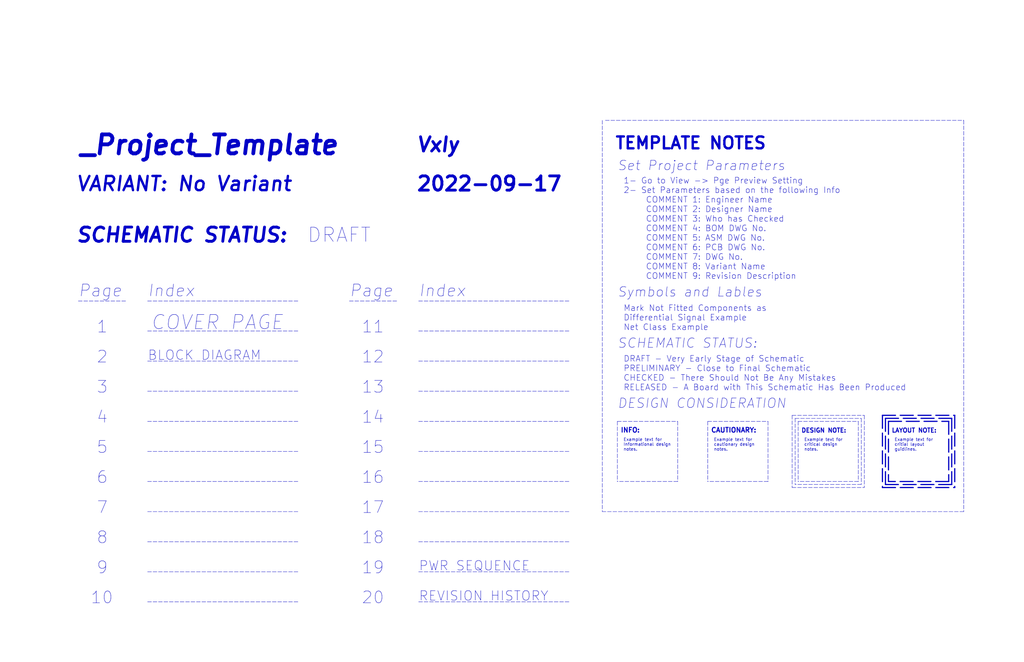
<source format=kicad_sch>
(kicad_sch (version 20211123) (generator eeschema)
  (paper "B")
  (title_block (title "_Project_Template") (date "2022-09-17") (rev "VxIy") (company "Siavash Taher Parvar") (comment 1 "Siavash Taher Parvar") (comment 2 "Siavash Taher Parvar") (comment 3 "Siavash Taher Parvar") (comment 4 "PT_091722_2") (comment 5 "PT_091722_3") (comment 6 "PT_091722_4") (comment 7 "PT_091722_1") (comment 8 "No Variant") (comment 9 "N/A"))
  (lib_symbols)
  (polyline (pts (xy 62.23 190.5) (xy 125.73 190.5)))
  (polyline (pts (xy 62.23 254) (xy 125.73 254)))
  (polyline (pts (xy 406.4 50.8) (xy 406.4 215.9)))
  (polyline (pts (xy 373.38 176.53) (xy 401.32 176.53)) (stroke (width 0.5)))
  (polyline (pts (xy 374.65 177.8) (xy 400.05 177.8)) (stroke (width 0.5)))
  (polyline (pts (xy 62.23 152.4) (xy 125.73 152.4)))
  (polyline (pts (xy 62.23 228.6) (xy 125.73 228.6)))
  (polyline (pts (xy 62.23 241.3) (xy 125.73 241.3)))
  (polyline (pts (xy 33.02 127) (xy 53.34 127)))
  (polyline (pts (xy 323.85 203.2) (xy 298.45 203.2)))
  (polyline (pts (xy 176.53 215.9) (xy 240.03 215.9)))
  (polyline (pts (xy 372.11 175.26) (xy 372.11 205.74)) (stroke (width 0.5)))
  (polyline (pts (xy 363.22 204.47) (xy 335.28 204.47)))
  (polyline (pts (xy 176.53 190.5) (xy 240.03 190.5)))
  (polyline (pts (xy 336.55 177.8) (xy 336.55 203.2)))
  (polyline (pts (xy 401.32 176.53) (xy 401.32 204.47)) (stroke (width 0.5)))
  (polyline (pts (xy 62.23 215.9) (xy 125.73 215.9)))
  (polyline (pts (xy 176.53 203.2) (xy 240.03 203.2)))
  (polyline (pts (xy 334.01 205.74) (xy 364.49 205.74)))
  (polyline (pts (xy 323.85 177.8) (xy 323.85 203.2)))
  (polyline (pts (xy 335.28 176.53) (xy 335.28 204.47)))
  (polyline (pts (xy 62.23 177.8) (xy 125.73 177.8)))
  (polyline (pts (xy 372.11 205.74) (xy 402.59 205.74)) (stroke (width 0.5)))
  (polyline (pts (xy 176.53 139.7) (xy 240.03 139.7)))
  (polyline (pts (xy 176.53 152.4) (xy 240.03 152.4)))
  (polyline (pts (xy 402.59 175.26) (xy 402.59 205.74)) (stroke (width 0.5)))
  (polyline (pts (xy 336.55 177.8) (xy 361.95 177.8)))
  (polyline (pts (xy 260.35 177.8) (xy 285.75 177.8)))
  (polyline (pts (xy 334.01 175.26) (xy 364.49 175.26)))
  (polyline (pts (xy 373.38 176.53) (xy 373.38 204.47)) (stroke (width 0.5)))
  (polyline (pts (xy 335.28 176.53) (xy 363.22 176.53)))
  (polyline (pts (xy 176.53 228.6) (xy 240.03 228.6)))
  (polyline (pts (xy 374.65 177.8) (xy 374.65 203.2)) (stroke (width 0.5)))
  (polyline (pts (xy 285.75 203.2) (xy 260.35 203.2)))
  (polyline (pts (xy 364.49 175.26) (xy 364.49 205.74)))
  (polyline (pts (xy 400.05 177.8) (xy 400.05 203.2)) (stroke (width 0.5)))
  (polyline (pts (xy 361.95 177.8) (xy 361.95 203.2)))
  (polyline (pts (xy 363.22 176.53) (xy 363.22 204.47)))
  (polyline (pts (xy 147.32 127) (xy 167.64 127)))
  (polyline (pts (xy 401.32 204.47) (xy 373.38 204.47)) (stroke (width 0.5)))
  (polyline (pts (xy 255.27 50.8) (xy 406.4 50.8)))
  (polyline (pts (xy 298.45 177.8) (xy 323.85 177.8)))
  (polyline (pts (xy 298.45 177.8) (xy 298.45 203.2)))
  (polyline (pts (xy 62.23 203.2) (xy 125.73 203.2)))
  (polyline (pts (xy 400.05 203.2) (xy 374.65 203.2)) (stroke (width 0.5)))
  (polyline (pts (xy 406.4 215.9) (xy 254 215.9)))
  (polyline (pts (xy 285.75 177.8) (xy 285.75 203.2)))
  (polyline (pts (xy 176.53 177.8) (xy 240.03 177.8)))
  (polyline (pts (xy 176.53 127) (xy 240.03 127)))
  (polyline (pts (xy 372.11 175.26) (xy 402.59 175.26)) (stroke (width 0.5)))
  (polyline (pts (xy 176.53 241.3) (xy 240.03 241.3)))
  (polyline (pts (xy 260.35 177.8) (xy 260.35 203.2)))
  (polyline (pts (xy 176.53 165.1) (xy 240.03 165.1)))
  (polyline (pts (xy 62.23 139.7) (xy 125.73 139.7)))
  (polyline (pts (xy 254 50.8) (xy 254 215.9)))
  (polyline (pts (xy 361.95 203.2) (xy 336.55 203.2)))
  (polyline (pts (xy 176.53 254) (xy 240.03 254)))
  (polyline (pts (xy 62.23 127) (xy 125.73 127)))
  (polyline (pts (xy 62.23 165.1) (xy 125.73 165.1)))
  (polyline (pts (xy 334.01 175.26) (xy 334.01 205.74)))
  (text "9" (at 40.64 242.57 0) (effects (font (size 5 5)) (justify left bottom)))
  (text "12" (at 152.4 153.67 0) (effects (font (size 5 5)) (justify left bottom)))
  (text "CAUTIONARY:" (at 299.72 182.88 0) (effects (font (size 2 2) bold) (justify left bottom)))
  (text "10" (at 38.1 255.27 0) (effects (font (size 5 5)) (justify left bottom)))
  (text "DESIGN CONSIDERATION" (at 260.35 172.72 0) (effects (font (size 4 4) italic) (justify left bottom)))
  (text "Set Project Parameters" (at 260.35 72.39 0) (effects (font (size 4 4) italic) (justify left bottom)))
  (text "17" (at 152.4 217.17 0) (effects (font (size 5 5)) (justify left bottom)))
  (text "${ISSUE_DATE}" (at 175.26 81.28 0) (effects (font (size 6 6) bold) (justify left bottom)))
  (text "7" (at 40.64 217.17 0) (effects (font (size 5 5)) (justify left bottom)))
  (text "REVISION HISTORY" (at 176.53 254 0) (effects (font (size 4 4)) (justify left bottom)))
  (text "BLOCK DIAGRAM" (at 62.23 152.4 0) (effects (font (size 4 4)) (justify left bottom)))
  (text "18" (at 152.4 229.87 0) (effects (font (size 5 5)) (justify left bottom)))
  (text "DRAFT - Very Early Stage of Schematic\nPRELIMINARY - Close to Final Schematic\nCHECKED - There Should Not Be Any Mistakes\nRELEASED - A Board with This Schematic Has Been Produced" (at 262.89 165.1 0) (effects (font (size 2.5 2.5)) (justify left bottom)))
  (text "Page" (at 33.02 125.73 0) (effects (font (size 5 5) italic) (justify left bottom)))
  (text "Example text for\ncritial layout\nguidlines." (at 377.19 190.5 0) (effects (font (size 1.27 1.27)) (justify left bottom)))
  (text "3" (at 40.64 166.37 0) (effects (font (size 5 5)) (justify left bottom)))
  (text "5" (at 40.64 191.77 0) (effects (font (size 5 5)) (justify left bottom)))
  (text "16" (at 152.4 204.47 0) (effects (font (size 5 5)) (justify left bottom)))
  (text "2\n" (at 40.64 153.67 0) (effects (font (size 5 5)) (justify left bottom)))
  (text "6" (at 40.64 204.47 0) (effects (font (size 5 5)) (justify left bottom)))
  (text "14" (at 152.4 179.07 0) (effects (font (size 5 5)) (justify left bottom)))
  (text "11" (at 152.4 140.97 0) (effects (font (size 5 5)) (justify left bottom)))
  (text "DRAFT" (at 129.54 102.87 0) (effects (font (size 6 6)) (justify left bottom)))
  (text "${REVISION}" (at 175.26 64.77 0) (effects (font (size 6 6) bold italic) (justify left bottom)))
  (text "19" (at 152.4 242.57 0) (effects (font (size 5 5)) (justify left bottom)))
  (text "1" (at 40.64 140.97 0) (effects (font (size 5 5)) (justify left bottom)))
  (text "Index" (at 62.23 125.73 0) (effects (font (size 5 5) italic) (justify left bottom)))
  (text "SCHEMATIC STATUS: " (at 31.75 102.87 0) (effects (font (size 6 6) (thickness 1.2) bold italic) (justify left bottom)))
  (text "15" (at 152.4 191.77 0) (effects (font (size 5 5)) (justify left bottom)))
  (text "Example text for\ncritical design \nnotes." (at 339.09 190.5 0) (effects (font (size 1.27 1.27)) (justify left bottom)))
  (text "INFO:" (at 261.62 182.88 0) (effects (font (size 2 2) (thickness 0.4) bold) (justify left bottom)))
  (text "PWR SEQUENCE" (at 176.53 241.3 0) (effects (font (size 4 4)) (justify left bottom)))
  (text "Index" (at 176.53 125.73 0) (effects (font (size 5 5) italic) (justify left bottom)))
  (text "4" (at 40.64 179.07 0) (effects (font (size 5 5)) (justify left bottom)))
  (text "COVER PAGE" (at 63.5 139.7 0) (effects (font (size 6 6) italic) (justify left bottom)))
  (text "DESIGN NOTE:" (at 337.82 182.88 0) (effects (font (size 1.8 1.8) bold) (justify left bottom)))
  (text "20" (at 152.4 255.27 0) (effects (font (size 5 5)) (justify left bottom)))
  (text "VARIANT: ${COMMENT8}" (at 31.75 81.28 0) (effects (font (size 6 6) (thickness 1) bold italic) (justify left bottom)))
  (text "LAYOUT NOTE:" (at 375.92 182.88 0) (effects (font (size 1.8 1.8) bold) (justify left bottom)))
  (text "TEMPLATE NOTES" (at 259.08 63.5 0) (effects (font (size 5 5) bold) (justify left bottom)))
  (text "13" (at 152.4 166.37 0) (effects (font (size 5 5)) (justify left bottom)))
  (text "1- Go to View -> Pge Preview Setting\n2- Set Parameters based on the following Info\n	COMMENT 1: Engineer Name\n	COMMENT 2: Designer Name\n	COMMENT 3: Who has Checked\n	COMMENT 4: BOM DWG No.\n	COMMENT 5: ASM DWG No.\n	COMMENT 6: PCB DWG No.\n	COMMENT 7: DWG No.\n	COMMENT 8: Variant Name\n	COMMENT 9: Revision Description " (at 262.89 118.11 0) (effects (font (size 2.5 2.5)) (justify left bottom)))
  (text "SCHEMATIC STATUS:" (at 260.35 147.32 0) (effects (font (size 4 4) italic) (justify left bottom)))
  (text "Example text for\ncautionary design\nnotes." (at 300.99 190.5 0) (effects (font (size 1.27 1.27)) (justify left bottom)))
  (text "8" (at 40.64 229.87 0) (effects (font (size 5 5)) (justify left bottom)))
  (text "Page" (at 147.32 125.73 0) (effects (font (size 5 5) italic) (justify left bottom)))
  (text "Example text for\nInformational design\nnotes." (at 262.89 190.5 0) (effects (font (size 1.27 1.27)) (justify left bottom)))
  (text "${TITLE}" (at 33.02 66.04 0) (effects (font (size 8 8) (thickness 1.6) bold italic) (justify left bottom)))
  (text "Symbols and Lables" (at 260.35 125.73 0) (effects (font (size 4 4) italic) (justify left bottom)))
  (text "Mark Not Fitted Components as\nDifferential Signal Example\nNet Class Example" (at 262.89 139.7 0) (effects (font (size 2.5 2.5)) (justify left bottom)))
)
</source>
